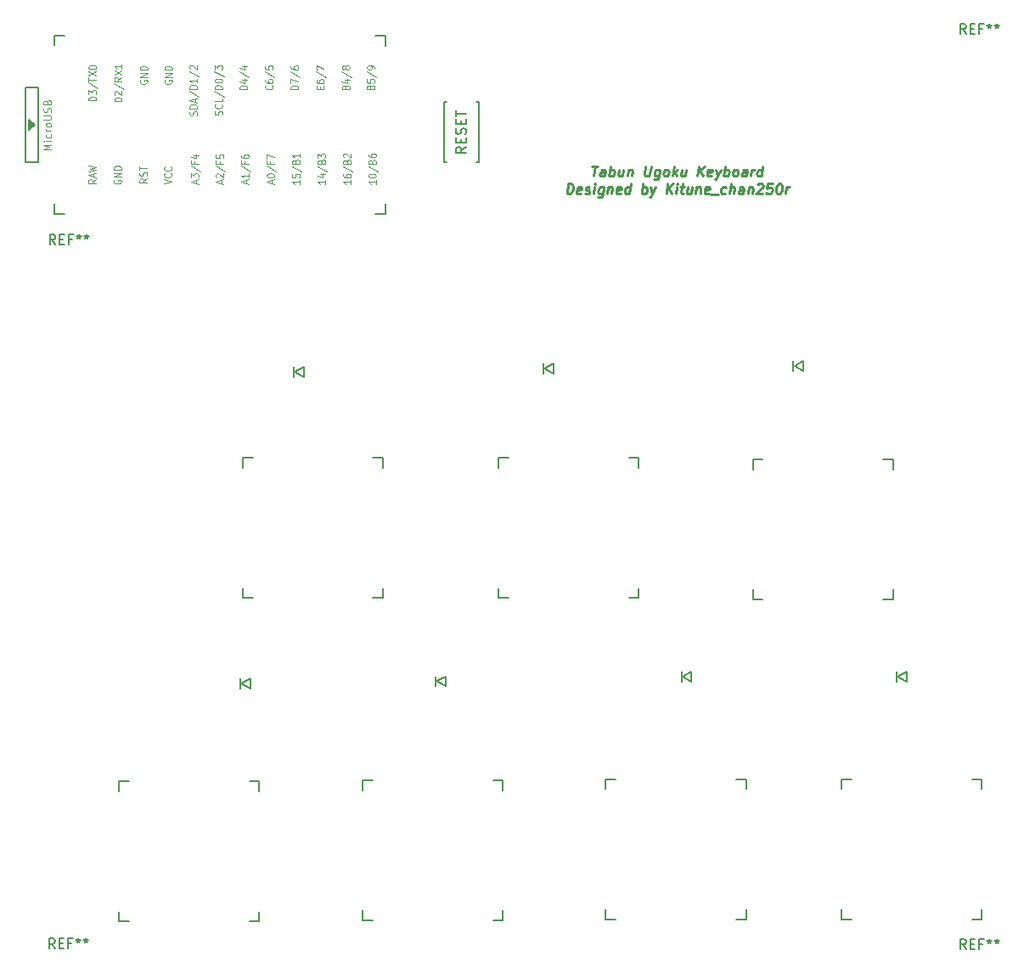
<source format=gbr>
G04 #@! TF.GenerationSoftware,KiCad,Pcbnew,(5.1.5-0-10_14)*
G04 #@! TF.CreationDate,2019-12-18T14:27:56+09:00*
G04 #@! TF.ProjectId,my_keybov2,6d795f6b-6579-4626-9f76-322e6b696361,rev?*
G04 #@! TF.SameCoordinates,Original*
G04 #@! TF.FileFunction,Legend,Top*
G04 #@! TF.FilePolarity,Positive*
%FSLAX46Y46*%
G04 Gerber Fmt 4.6, Leading zero omitted, Abs format (unit mm)*
G04 Created by KiCad (PCBNEW (5.1.5-0-10_14)) date 2019-12-18 14:27:56*
%MOMM*%
%LPD*%
G04 APERTURE LIST*
%ADD10C,0.250000*%
%ADD11C,0.150000*%
%ADD12C,0.120000*%
%ADD13C,0.125000*%
G04 APERTURE END LIST*
D10*
X124095461Y-61777380D02*
X124666889Y-61777380D01*
X124256175Y-62777380D02*
X124381175Y-61777380D01*
X125303794Y-62777380D02*
X125369270Y-62253571D01*
X125333556Y-62158333D01*
X125244270Y-62110714D01*
X125053794Y-62110714D01*
X124952604Y-62158333D01*
X125309747Y-62729761D02*
X125208556Y-62777380D01*
X124970461Y-62777380D01*
X124881175Y-62729761D01*
X124845461Y-62634523D01*
X124857366Y-62539285D01*
X124916889Y-62444047D01*
X125018080Y-62396428D01*
X125256175Y-62396428D01*
X125357366Y-62348809D01*
X125779985Y-62777380D02*
X125904985Y-61777380D01*
X125857366Y-62158333D02*
X125958556Y-62110714D01*
X126149032Y-62110714D01*
X126238318Y-62158333D01*
X126279985Y-62205952D01*
X126315699Y-62301190D01*
X126279985Y-62586904D01*
X126220461Y-62682142D01*
X126166889Y-62729761D01*
X126065699Y-62777380D01*
X125875223Y-62777380D01*
X125785937Y-62729761D01*
X127196651Y-62110714D02*
X127113318Y-62777380D01*
X126768080Y-62110714D02*
X126702604Y-62634523D01*
X126738318Y-62729761D01*
X126827604Y-62777380D01*
X126970461Y-62777380D01*
X127071651Y-62729761D01*
X127125223Y-62682142D01*
X127672842Y-62110714D02*
X127589508Y-62777380D01*
X127660937Y-62205952D02*
X127714508Y-62158333D01*
X127815699Y-62110714D01*
X127958556Y-62110714D01*
X128047842Y-62158333D01*
X128083556Y-62253571D01*
X128018080Y-62777380D01*
X129381175Y-61777380D02*
X129279985Y-62586904D01*
X129315699Y-62682142D01*
X129357366Y-62729761D01*
X129446651Y-62777380D01*
X129637127Y-62777380D01*
X129738318Y-62729761D01*
X129791889Y-62682142D01*
X129851413Y-62586904D01*
X129952604Y-61777380D01*
X130815699Y-62110714D02*
X130714508Y-62920238D01*
X130654985Y-63015476D01*
X130601413Y-63063095D01*
X130500223Y-63110714D01*
X130357366Y-63110714D01*
X130268080Y-63063095D01*
X130738318Y-62729761D02*
X130637127Y-62777380D01*
X130446651Y-62777380D01*
X130357366Y-62729761D01*
X130315699Y-62682142D01*
X130279985Y-62586904D01*
X130315699Y-62301190D01*
X130375223Y-62205952D01*
X130428794Y-62158333D01*
X130529985Y-62110714D01*
X130720461Y-62110714D01*
X130809747Y-62158333D01*
X131351413Y-62777380D02*
X131262127Y-62729761D01*
X131220461Y-62682142D01*
X131184747Y-62586904D01*
X131220461Y-62301190D01*
X131279985Y-62205952D01*
X131333556Y-62158333D01*
X131434747Y-62110714D01*
X131577604Y-62110714D01*
X131666889Y-62158333D01*
X131708556Y-62205952D01*
X131744270Y-62301190D01*
X131708556Y-62586904D01*
X131649032Y-62682142D01*
X131595461Y-62729761D01*
X131494270Y-62777380D01*
X131351413Y-62777380D01*
X132113318Y-62777380D02*
X132238318Y-61777380D01*
X132256175Y-62396428D02*
X132494270Y-62777380D01*
X132577604Y-62110714D02*
X132149032Y-62491666D01*
X133434747Y-62110714D02*
X133351413Y-62777380D01*
X133006175Y-62110714D02*
X132940699Y-62634523D01*
X132976413Y-62729761D01*
X133065699Y-62777380D01*
X133208556Y-62777380D01*
X133309747Y-62729761D01*
X133363318Y-62682142D01*
X134589508Y-62777380D02*
X134714508Y-61777380D01*
X135160937Y-62777380D02*
X134803794Y-62205952D01*
X135285937Y-61777380D02*
X134643080Y-62348809D01*
X135976413Y-62729761D02*
X135875223Y-62777380D01*
X135684747Y-62777380D01*
X135595461Y-62729761D01*
X135559747Y-62634523D01*
X135607366Y-62253571D01*
X135666889Y-62158333D01*
X135768080Y-62110714D01*
X135958556Y-62110714D01*
X136047842Y-62158333D01*
X136083556Y-62253571D01*
X136071651Y-62348809D01*
X135583556Y-62444047D01*
X136434747Y-62110714D02*
X136589508Y-62777380D01*
X136910937Y-62110714D02*
X136589508Y-62777380D01*
X136464508Y-63015476D01*
X136410937Y-63063095D01*
X136309747Y-63110714D01*
X137208556Y-62777380D02*
X137333556Y-61777380D01*
X137285937Y-62158333D02*
X137387127Y-62110714D01*
X137577604Y-62110714D01*
X137666889Y-62158333D01*
X137708556Y-62205952D01*
X137744270Y-62301190D01*
X137708556Y-62586904D01*
X137649032Y-62682142D01*
X137595461Y-62729761D01*
X137494270Y-62777380D01*
X137303794Y-62777380D01*
X137214508Y-62729761D01*
X138256175Y-62777380D02*
X138166889Y-62729761D01*
X138125223Y-62682142D01*
X138089508Y-62586904D01*
X138125223Y-62301190D01*
X138184747Y-62205952D01*
X138238318Y-62158333D01*
X138339508Y-62110714D01*
X138482366Y-62110714D01*
X138571651Y-62158333D01*
X138613318Y-62205952D01*
X138649032Y-62301190D01*
X138613318Y-62586904D01*
X138553794Y-62682142D01*
X138500223Y-62729761D01*
X138399032Y-62777380D01*
X138256175Y-62777380D01*
X139446651Y-62777380D02*
X139512127Y-62253571D01*
X139476413Y-62158333D01*
X139387127Y-62110714D01*
X139196651Y-62110714D01*
X139095461Y-62158333D01*
X139452604Y-62729761D02*
X139351413Y-62777380D01*
X139113318Y-62777380D01*
X139024032Y-62729761D01*
X138988318Y-62634523D01*
X139000223Y-62539285D01*
X139059747Y-62444047D01*
X139160937Y-62396428D01*
X139399032Y-62396428D01*
X139500223Y-62348809D01*
X139922842Y-62777380D02*
X140006175Y-62110714D01*
X139982366Y-62301190D02*
X140041889Y-62205952D01*
X140095461Y-62158333D01*
X140196651Y-62110714D01*
X140291889Y-62110714D01*
X140970461Y-62777380D02*
X141095461Y-61777380D01*
X140976413Y-62729761D02*
X140875223Y-62777380D01*
X140684747Y-62777380D01*
X140595461Y-62729761D01*
X140553794Y-62682142D01*
X140518080Y-62586904D01*
X140553794Y-62301190D01*
X140613318Y-62205952D01*
X140666889Y-62158333D01*
X140768080Y-62110714D01*
X140958556Y-62110714D01*
X141047842Y-62158333D01*
X121565699Y-64527380D02*
X121690699Y-63527380D01*
X121928794Y-63527380D01*
X122065699Y-63575000D01*
X122149032Y-63670238D01*
X122184747Y-63765476D01*
X122208556Y-63955952D01*
X122190699Y-64098809D01*
X122119270Y-64289285D01*
X122059747Y-64384523D01*
X121952604Y-64479761D01*
X121803794Y-64527380D01*
X121565699Y-64527380D01*
X122952604Y-64479761D02*
X122851413Y-64527380D01*
X122660937Y-64527380D01*
X122571651Y-64479761D01*
X122535937Y-64384523D01*
X122583556Y-64003571D01*
X122643080Y-63908333D01*
X122744270Y-63860714D01*
X122934747Y-63860714D01*
X123024032Y-63908333D01*
X123059747Y-64003571D01*
X123047842Y-64098809D01*
X122559747Y-64194047D01*
X123381175Y-64479761D02*
X123470461Y-64527380D01*
X123660937Y-64527380D01*
X123762127Y-64479761D01*
X123821651Y-64384523D01*
X123827604Y-64336904D01*
X123791889Y-64241666D01*
X123702604Y-64194047D01*
X123559747Y-64194047D01*
X123470461Y-64146428D01*
X123434747Y-64051190D01*
X123440699Y-64003571D01*
X123500223Y-63908333D01*
X123601413Y-63860714D01*
X123744270Y-63860714D01*
X123833556Y-63908333D01*
X124232366Y-64527380D02*
X124315699Y-63860714D01*
X124357366Y-63527380D02*
X124303794Y-63575000D01*
X124345461Y-63622619D01*
X124399032Y-63575000D01*
X124357366Y-63527380D01*
X124345461Y-63622619D01*
X125220461Y-63860714D02*
X125119270Y-64670238D01*
X125059747Y-64765476D01*
X125006175Y-64813095D01*
X124904985Y-64860714D01*
X124762127Y-64860714D01*
X124672842Y-64813095D01*
X125143080Y-64479761D02*
X125041889Y-64527380D01*
X124851413Y-64527380D01*
X124762127Y-64479761D01*
X124720461Y-64432142D01*
X124684747Y-64336904D01*
X124720461Y-64051190D01*
X124779985Y-63955952D01*
X124833556Y-63908333D01*
X124934747Y-63860714D01*
X125125223Y-63860714D01*
X125214508Y-63908333D01*
X125696651Y-63860714D02*
X125613318Y-64527380D01*
X125684747Y-63955952D02*
X125738318Y-63908333D01*
X125839508Y-63860714D01*
X125982366Y-63860714D01*
X126071651Y-63908333D01*
X126107366Y-64003571D01*
X126041889Y-64527380D01*
X126904985Y-64479761D02*
X126803794Y-64527380D01*
X126613318Y-64527380D01*
X126524032Y-64479761D01*
X126488318Y-64384523D01*
X126535937Y-64003571D01*
X126595461Y-63908333D01*
X126696651Y-63860714D01*
X126887127Y-63860714D01*
X126976413Y-63908333D01*
X127012127Y-64003571D01*
X127000223Y-64098809D01*
X126512127Y-64194047D01*
X127803794Y-64527380D02*
X127928794Y-63527380D01*
X127809747Y-64479761D02*
X127708556Y-64527380D01*
X127518080Y-64527380D01*
X127428794Y-64479761D01*
X127387127Y-64432142D01*
X127351413Y-64336904D01*
X127387127Y-64051190D01*
X127446651Y-63955952D01*
X127500223Y-63908333D01*
X127601413Y-63860714D01*
X127791889Y-63860714D01*
X127881175Y-63908333D01*
X129041889Y-64527380D02*
X129166889Y-63527380D01*
X129119270Y-63908333D02*
X129220461Y-63860714D01*
X129410937Y-63860714D01*
X129500223Y-63908333D01*
X129541889Y-63955952D01*
X129577604Y-64051190D01*
X129541889Y-64336904D01*
X129482366Y-64432142D01*
X129428794Y-64479761D01*
X129327604Y-64527380D01*
X129137127Y-64527380D01*
X129047842Y-64479761D01*
X129934747Y-63860714D02*
X130089508Y-64527380D01*
X130410937Y-63860714D02*
X130089508Y-64527380D01*
X129964508Y-64765476D01*
X129910937Y-64813095D01*
X129809747Y-64860714D01*
X131470461Y-64527380D02*
X131595461Y-63527380D01*
X132041889Y-64527380D02*
X131684747Y-63955952D01*
X132166889Y-63527380D02*
X131524032Y-64098809D01*
X132470461Y-64527380D02*
X132553794Y-63860714D01*
X132595461Y-63527380D02*
X132541889Y-63575000D01*
X132583556Y-63622619D01*
X132637127Y-63575000D01*
X132595461Y-63527380D01*
X132583556Y-63622619D01*
X132887127Y-63860714D02*
X133268080Y-63860714D01*
X133071651Y-63527380D02*
X132964508Y-64384523D01*
X133000223Y-64479761D01*
X133089508Y-64527380D01*
X133184747Y-64527380D01*
X134029985Y-63860714D02*
X133946651Y-64527380D01*
X133601413Y-63860714D02*
X133535937Y-64384523D01*
X133571651Y-64479761D01*
X133660937Y-64527380D01*
X133803794Y-64527380D01*
X133904985Y-64479761D01*
X133958556Y-64432142D01*
X134506175Y-63860714D02*
X134422842Y-64527380D01*
X134494270Y-63955952D02*
X134547842Y-63908333D01*
X134649032Y-63860714D01*
X134791889Y-63860714D01*
X134881175Y-63908333D01*
X134916889Y-64003571D01*
X134851413Y-64527380D01*
X135714508Y-64479761D02*
X135613318Y-64527380D01*
X135422842Y-64527380D01*
X135333556Y-64479761D01*
X135297842Y-64384523D01*
X135345461Y-64003571D01*
X135404985Y-63908333D01*
X135506175Y-63860714D01*
X135696651Y-63860714D01*
X135785937Y-63908333D01*
X135821651Y-64003571D01*
X135809747Y-64098809D01*
X135321651Y-64194047D01*
X135934747Y-64622619D02*
X136696651Y-64622619D01*
X137381175Y-64479761D02*
X137279985Y-64527380D01*
X137089508Y-64527380D01*
X137000223Y-64479761D01*
X136958556Y-64432142D01*
X136922842Y-64336904D01*
X136958556Y-64051190D01*
X137018080Y-63955952D01*
X137071651Y-63908333D01*
X137172842Y-63860714D01*
X137363318Y-63860714D01*
X137452604Y-63908333D01*
X137803794Y-64527380D02*
X137928794Y-63527380D01*
X138232366Y-64527380D02*
X138297842Y-64003571D01*
X138262127Y-63908333D01*
X138172842Y-63860714D01*
X138029985Y-63860714D01*
X137928794Y-63908333D01*
X137875223Y-63955952D01*
X139137127Y-64527380D02*
X139202604Y-64003571D01*
X139166889Y-63908333D01*
X139077604Y-63860714D01*
X138887127Y-63860714D01*
X138785937Y-63908333D01*
X139143080Y-64479761D02*
X139041889Y-64527380D01*
X138803794Y-64527380D01*
X138714508Y-64479761D01*
X138678794Y-64384523D01*
X138690699Y-64289285D01*
X138750223Y-64194047D01*
X138851413Y-64146428D01*
X139089508Y-64146428D01*
X139190699Y-64098809D01*
X139696651Y-63860714D02*
X139613318Y-64527380D01*
X139684747Y-63955952D02*
X139738318Y-63908333D01*
X139839508Y-63860714D01*
X139982366Y-63860714D01*
X140071651Y-63908333D01*
X140107366Y-64003571D01*
X140041889Y-64527380D01*
X140583556Y-63622619D02*
X140637127Y-63575000D01*
X140738318Y-63527380D01*
X140976413Y-63527380D01*
X141065699Y-63575000D01*
X141107366Y-63622619D01*
X141143080Y-63717857D01*
X141131175Y-63813095D01*
X141065699Y-63955952D01*
X140422842Y-64527380D01*
X141041889Y-64527380D01*
X142071651Y-63527380D02*
X141595461Y-63527380D01*
X141488318Y-64003571D01*
X141541889Y-63955952D01*
X141643080Y-63908333D01*
X141881175Y-63908333D01*
X141970461Y-63955952D01*
X142012127Y-64003571D01*
X142047842Y-64098809D01*
X142018080Y-64336904D01*
X141958556Y-64432142D01*
X141904985Y-64479761D01*
X141803794Y-64527380D01*
X141565699Y-64527380D01*
X141476413Y-64479761D01*
X141434747Y-64432142D01*
X142738318Y-63527380D02*
X142833556Y-63527380D01*
X142922842Y-63575000D01*
X142964508Y-63622619D01*
X143000223Y-63717857D01*
X143024032Y-63908333D01*
X142994270Y-64146428D01*
X142922842Y-64336904D01*
X142863318Y-64432142D01*
X142809747Y-64479761D01*
X142708556Y-64527380D01*
X142613318Y-64527380D01*
X142524032Y-64479761D01*
X142482366Y-64432142D01*
X142446651Y-64336904D01*
X142422842Y-64146428D01*
X142452604Y-63908333D01*
X142524032Y-63717857D01*
X142583556Y-63622619D01*
X142637127Y-63575000D01*
X142738318Y-63527380D01*
X143375223Y-64527380D02*
X143458556Y-63860714D01*
X143434747Y-64051190D02*
X143494270Y-63955952D01*
X143547842Y-63908333D01*
X143649032Y-63860714D01*
X143744270Y-63860714D01*
D11*
X94450000Y-82300000D02*
X95350000Y-81800000D01*
X95350000Y-81800000D02*
X95350000Y-82800000D01*
X95350000Y-82800000D02*
X94450000Y-82300000D01*
X94350000Y-81800000D02*
X94350000Y-82800000D01*
X119350000Y-81950000D02*
X120250000Y-81450000D01*
X120250000Y-81450000D02*
X120250000Y-82450000D01*
X120250000Y-82450000D02*
X119350000Y-81950000D01*
X119250000Y-81450000D02*
X119250000Y-82450000D01*
X144250000Y-81700000D02*
X145150000Y-81200000D01*
X145150000Y-81200000D02*
X145150000Y-82200000D01*
X145150000Y-82200000D02*
X144250000Y-81700000D01*
X144150000Y-81200000D02*
X144150000Y-82200000D01*
X89100000Y-113350000D02*
X90000000Y-112850000D01*
X90000000Y-112850000D02*
X90000000Y-113850000D01*
X90000000Y-113850000D02*
X89100000Y-113350000D01*
X89000000Y-112850000D02*
X89000000Y-113850000D01*
X108450000Y-112650000D02*
X108450000Y-113650000D01*
X109450000Y-113650000D02*
X108550000Y-113150000D01*
X109450000Y-112650000D02*
X109450000Y-113650000D01*
X108550000Y-113150000D02*
X109450000Y-112650000D01*
X133000000Y-112200000D02*
X133000000Y-113200000D01*
X134000000Y-113200000D02*
X133100000Y-112700000D01*
X134000000Y-112200000D02*
X134000000Y-113200000D01*
X133100000Y-112700000D02*
X134000000Y-112200000D01*
X154450000Y-112200000D02*
X154450000Y-113200000D01*
X155450000Y-113200000D02*
X154550000Y-112700000D01*
X155450000Y-112200000D02*
X155450000Y-113200000D01*
X154550000Y-112700000D02*
X155450000Y-112200000D01*
X109300000Y-55400000D02*
X109300000Y-61400000D01*
X109300000Y-61400000D02*
X109550000Y-61400000D01*
X109300000Y-55400000D02*
X109550000Y-55400000D01*
X112800000Y-55400000D02*
X112550000Y-55400000D01*
X112800000Y-55400000D02*
X112800000Y-61400000D01*
X112800000Y-61400000D02*
X112550000Y-61400000D01*
X89250000Y-91850000D02*
X89250000Y-90850000D01*
X89250000Y-90850000D02*
X90250000Y-90850000D01*
X102250000Y-104850000D02*
X103250000Y-104850000D01*
X103250000Y-104850000D02*
X103250000Y-103850000D01*
X103250000Y-91850000D02*
X103250000Y-90850000D01*
X103250000Y-90850000D02*
X102250000Y-90850000D01*
X89250000Y-103850000D02*
X89250000Y-104850000D01*
X90250000Y-104850000D02*
X89250000Y-104850000D01*
X114750000Y-91850000D02*
X114750000Y-90850000D01*
X114750000Y-90850000D02*
X115750000Y-90850000D01*
X127750000Y-104850000D02*
X128750000Y-104850000D01*
X128750000Y-104850000D02*
X128750000Y-103850000D01*
X128750000Y-91850000D02*
X128750000Y-90850000D01*
X128750000Y-90850000D02*
X127750000Y-90850000D01*
X114750000Y-103850000D02*
X114750000Y-104850000D01*
X115750000Y-104850000D02*
X114750000Y-104850000D01*
X140100000Y-92000000D02*
X140100000Y-91000000D01*
X140100000Y-91000000D02*
X141100000Y-91000000D01*
X153100000Y-105000000D02*
X154100000Y-105000000D01*
X154100000Y-105000000D02*
X154100000Y-104000000D01*
X154100000Y-92000000D02*
X154100000Y-91000000D01*
X154100000Y-91000000D02*
X153100000Y-91000000D01*
X140100000Y-104000000D02*
X140100000Y-105000000D01*
X141100000Y-105000000D02*
X140100000Y-105000000D01*
X76900000Y-124100000D02*
X76900000Y-123100000D01*
X76900000Y-123100000D02*
X77900000Y-123100000D01*
X89900000Y-137100000D02*
X90900000Y-137100000D01*
X90900000Y-137100000D02*
X90900000Y-136100000D01*
X90900000Y-124100000D02*
X90900000Y-123100000D01*
X90900000Y-123100000D02*
X89900000Y-123100000D01*
X76900000Y-136100000D02*
X76900000Y-137100000D01*
X77900000Y-137100000D02*
X76900000Y-137100000D01*
X102200000Y-137000000D02*
X101200000Y-137000000D01*
X101200000Y-136000000D02*
X101200000Y-137000000D01*
X115200000Y-123000000D02*
X114200000Y-123000000D01*
X115200000Y-124000000D02*
X115200000Y-123000000D01*
X115200000Y-137000000D02*
X115200000Y-136000000D01*
X114200000Y-137000000D02*
X115200000Y-137000000D01*
X101200000Y-123000000D02*
X102200000Y-123000000D01*
X101200000Y-124000000D02*
X101200000Y-123000000D01*
X126450000Y-136900000D02*
X125450000Y-136900000D01*
X125450000Y-135900000D02*
X125450000Y-136900000D01*
X139450000Y-122900000D02*
X138450000Y-122900000D01*
X139450000Y-123900000D02*
X139450000Y-122900000D01*
X139450000Y-136900000D02*
X139450000Y-135900000D01*
X138450000Y-136900000D02*
X139450000Y-136900000D01*
X125450000Y-122900000D02*
X126450000Y-122900000D01*
X125450000Y-123900000D02*
X125450000Y-122900000D01*
X149950000Y-136900000D02*
X148950000Y-136900000D01*
X148950000Y-135900000D02*
X148950000Y-136900000D01*
X162950000Y-122900000D02*
X161950000Y-122900000D01*
X162950000Y-123900000D02*
X162950000Y-122900000D01*
X162950000Y-136900000D02*
X162950000Y-135900000D01*
X161950000Y-136900000D02*
X162950000Y-136900000D01*
X148950000Y-122900000D02*
X149950000Y-122900000D01*
X148950000Y-123900000D02*
X148950000Y-122900000D01*
X68350000Y-57800000D02*
X68350000Y-57500000D01*
X68200000Y-57900000D02*
X68200000Y-57400000D01*
X68050000Y-58000000D02*
X68050000Y-57300000D01*
X68550000Y-57650000D02*
X67900000Y-58150000D01*
X67900000Y-57150000D02*
X68550000Y-57650000D01*
X67900000Y-58150000D02*
X67900000Y-57150000D01*
X67550000Y-53900000D02*
X67550000Y-61400000D01*
X68850000Y-53900000D02*
X67550000Y-53900000D01*
X68850000Y-61400000D02*
X68850000Y-53900000D01*
X67550000Y-61400000D02*
X68850000Y-61400000D01*
X70450000Y-66550000D02*
X71450000Y-66550000D01*
X70450000Y-48750000D02*
X71450000Y-48750000D01*
X70450000Y-66550000D02*
X70450000Y-65550000D01*
X70450000Y-48750000D02*
X70450000Y-49700000D01*
X102450000Y-66550000D02*
X103500000Y-66550000D01*
X102500000Y-48750000D02*
X103500000Y-48750000D01*
X103500000Y-66550000D02*
X103500000Y-65550000D01*
X103500000Y-48750000D02*
X103500000Y-49760000D01*
X70566666Y-69602380D02*
X70233333Y-69126190D01*
X69995238Y-69602380D02*
X69995238Y-68602380D01*
X70376190Y-68602380D01*
X70471428Y-68650000D01*
X70519047Y-68697619D01*
X70566666Y-68792857D01*
X70566666Y-68935714D01*
X70519047Y-69030952D01*
X70471428Y-69078571D01*
X70376190Y-69126190D01*
X69995238Y-69126190D01*
X70995238Y-69078571D02*
X71328571Y-69078571D01*
X71471428Y-69602380D02*
X70995238Y-69602380D01*
X70995238Y-68602380D01*
X71471428Y-68602380D01*
X72233333Y-69078571D02*
X71900000Y-69078571D01*
X71900000Y-69602380D02*
X71900000Y-68602380D01*
X72376190Y-68602380D01*
X72900000Y-68602380D02*
X72900000Y-68840476D01*
X72661904Y-68745238D02*
X72900000Y-68840476D01*
X73138095Y-68745238D01*
X72757142Y-69030952D02*
X72900000Y-68840476D01*
X73042857Y-69030952D01*
X73661904Y-68602380D02*
X73661904Y-68840476D01*
X73423809Y-68745238D02*
X73661904Y-68840476D01*
X73900000Y-68745238D01*
X73519047Y-69030952D02*
X73661904Y-68840476D01*
X73804761Y-69030952D01*
X70516666Y-139802380D02*
X70183333Y-139326190D01*
X69945238Y-139802380D02*
X69945238Y-138802380D01*
X70326190Y-138802380D01*
X70421428Y-138850000D01*
X70469047Y-138897619D01*
X70516666Y-138992857D01*
X70516666Y-139135714D01*
X70469047Y-139230952D01*
X70421428Y-139278571D01*
X70326190Y-139326190D01*
X69945238Y-139326190D01*
X70945238Y-139278571D02*
X71278571Y-139278571D01*
X71421428Y-139802380D02*
X70945238Y-139802380D01*
X70945238Y-138802380D01*
X71421428Y-138802380D01*
X72183333Y-139278571D02*
X71850000Y-139278571D01*
X71850000Y-139802380D02*
X71850000Y-138802380D01*
X72326190Y-138802380D01*
X72850000Y-138802380D02*
X72850000Y-139040476D01*
X72611904Y-138945238D02*
X72850000Y-139040476D01*
X73088095Y-138945238D01*
X72707142Y-139230952D02*
X72850000Y-139040476D01*
X72992857Y-139230952D01*
X73611904Y-138802380D02*
X73611904Y-139040476D01*
X73373809Y-138945238D02*
X73611904Y-139040476D01*
X73850000Y-138945238D01*
X73469047Y-139230952D02*
X73611904Y-139040476D01*
X73754761Y-139230952D01*
X161366666Y-139852380D02*
X161033333Y-139376190D01*
X160795238Y-139852380D02*
X160795238Y-138852380D01*
X161176190Y-138852380D01*
X161271428Y-138900000D01*
X161319047Y-138947619D01*
X161366666Y-139042857D01*
X161366666Y-139185714D01*
X161319047Y-139280952D01*
X161271428Y-139328571D01*
X161176190Y-139376190D01*
X160795238Y-139376190D01*
X161795238Y-139328571D02*
X162128571Y-139328571D01*
X162271428Y-139852380D02*
X161795238Y-139852380D01*
X161795238Y-138852380D01*
X162271428Y-138852380D01*
X163033333Y-139328571D02*
X162700000Y-139328571D01*
X162700000Y-139852380D02*
X162700000Y-138852380D01*
X163176190Y-138852380D01*
X163700000Y-138852380D02*
X163700000Y-139090476D01*
X163461904Y-138995238D02*
X163700000Y-139090476D01*
X163938095Y-138995238D01*
X163557142Y-139280952D02*
X163700000Y-139090476D01*
X163842857Y-139280952D01*
X164461904Y-138852380D02*
X164461904Y-139090476D01*
X164223809Y-138995238D02*
X164461904Y-139090476D01*
X164700000Y-138995238D01*
X164319047Y-139280952D02*
X164461904Y-139090476D01*
X164604761Y-139280952D01*
X161366666Y-48602380D02*
X161033333Y-48126190D01*
X160795238Y-48602380D02*
X160795238Y-47602380D01*
X161176190Y-47602380D01*
X161271428Y-47650000D01*
X161319047Y-47697619D01*
X161366666Y-47792857D01*
X161366666Y-47935714D01*
X161319047Y-48030952D01*
X161271428Y-48078571D01*
X161176190Y-48126190D01*
X160795238Y-48126190D01*
X161795238Y-48078571D02*
X162128571Y-48078571D01*
X162271428Y-48602380D02*
X161795238Y-48602380D01*
X161795238Y-47602380D01*
X162271428Y-47602380D01*
X163033333Y-48078571D02*
X162700000Y-48078571D01*
X162700000Y-48602380D02*
X162700000Y-47602380D01*
X163176190Y-47602380D01*
X163700000Y-47602380D02*
X163700000Y-47840476D01*
X163461904Y-47745238D02*
X163700000Y-47840476D01*
X163938095Y-47745238D01*
X163557142Y-48030952D02*
X163700000Y-47840476D01*
X163842857Y-48030952D01*
X164461904Y-47602380D02*
X164461904Y-47840476D01*
X164223809Y-47745238D02*
X164461904Y-47840476D01*
X164700000Y-47745238D01*
X164319047Y-48030952D02*
X164461904Y-47840476D01*
X164604761Y-48030952D01*
X111502380Y-59852380D02*
X111026190Y-60185714D01*
X111502380Y-60423809D02*
X110502380Y-60423809D01*
X110502380Y-60042857D01*
X110550000Y-59947619D01*
X110597619Y-59900000D01*
X110692857Y-59852380D01*
X110835714Y-59852380D01*
X110930952Y-59900000D01*
X110978571Y-59947619D01*
X111026190Y-60042857D01*
X111026190Y-60423809D01*
X110978571Y-59423809D02*
X110978571Y-59090476D01*
X111502380Y-58947619D02*
X111502380Y-59423809D01*
X110502380Y-59423809D01*
X110502380Y-58947619D01*
X111454761Y-58566666D02*
X111502380Y-58423809D01*
X111502380Y-58185714D01*
X111454761Y-58090476D01*
X111407142Y-58042857D01*
X111311904Y-57995238D01*
X111216666Y-57995238D01*
X111121428Y-58042857D01*
X111073809Y-58090476D01*
X111026190Y-58185714D01*
X110978571Y-58376190D01*
X110930952Y-58471428D01*
X110883333Y-58519047D01*
X110788095Y-58566666D01*
X110692857Y-58566666D01*
X110597619Y-58519047D01*
X110550000Y-58471428D01*
X110502380Y-58376190D01*
X110502380Y-58138095D01*
X110550000Y-57995238D01*
X110978571Y-57566666D02*
X110978571Y-57233333D01*
X111502380Y-57090476D02*
X111502380Y-57566666D01*
X110502380Y-57566666D01*
X110502380Y-57090476D01*
X110502380Y-56804761D02*
X110502380Y-56233333D01*
X111502380Y-56519047D02*
X110502380Y-56519047D01*
D12*
X70139285Y-60146428D02*
X69389285Y-60146428D01*
X69925000Y-59896428D01*
X69389285Y-59646428D01*
X70139285Y-59646428D01*
X70139285Y-59289285D02*
X69639285Y-59289285D01*
X69389285Y-59289285D02*
X69425000Y-59325000D01*
X69460714Y-59289285D01*
X69425000Y-59253571D01*
X69389285Y-59289285D01*
X69460714Y-59289285D01*
X70103571Y-58610714D02*
X70139285Y-58682142D01*
X70139285Y-58825000D01*
X70103571Y-58896428D01*
X70067857Y-58932142D01*
X69996428Y-58967857D01*
X69782142Y-58967857D01*
X69710714Y-58932142D01*
X69675000Y-58896428D01*
X69639285Y-58825000D01*
X69639285Y-58682142D01*
X69675000Y-58610714D01*
X70139285Y-58289285D02*
X69639285Y-58289285D01*
X69782142Y-58289285D02*
X69710714Y-58253571D01*
X69675000Y-58217857D01*
X69639285Y-58146428D01*
X69639285Y-58075000D01*
X70139285Y-57717857D02*
X70103571Y-57789285D01*
X70067857Y-57825000D01*
X69996428Y-57860714D01*
X69782142Y-57860714D01*
X69710714Y-57825000D01*
X69675000Y-57789285D01*
X69639285Y-57717857D01*
X69639285Y-57610714D01*
X69675000Y-57539285D01*
X69710714Y-57503571D01*
X69782142Y-57467857D01*
X69996428Y-57467857D01*
X70067857Y-57503571D01*
X70103571Y-57539285D01*
X70139285Y-57610714D01*
X70139285Y-57717857D01*
X69389285Y-57146428D02*
X69996428Y-57146428D01*
X70067857Y-57110714D01*
X70103571Y-57075000D01*
X70139285Y-57003571D01*
X70139285Y-56860714D01*
X70103571Y-56789285D01*
X70067857Y-56753571D01*
X69996428Y-56717857D01*
X69389285Y-56717857D01*
X70103571Y-56396428D02*
X70139285Y-56289285D01*
X70139285Y-56110714D01*
X70103571Y-56039285D01*
X70067857Y-56003571D01*
X69996428Y-55967857D01*
X69925000Y-55967857D01*
X69853571Y-56003571D01*
X69817857Y-56039285D01*
X69782142Y-56110714D01*
X69746428Y-56253571D01*
X69710714Y-56325000D01*
X69675000Y-56360714D01*
X69603571Y-56396428D01*
X69532142Y-56396428D01*
X69460714Y-56360714D01*
X69425000Y-56325000D01*
X69389285Y-56253571D01*
X69389285Y-56075000D01*
X69425000Y-55967857D01*
X69746428Y-55396428D02*
X69782142Y-55289285D01*
X69817857Y-55253571D01*
X69889285Y-55217857D01*
X69996428Y-55217857D01*
X70067857Y-55253571D01*
X70103571Y-55289285D01*
X70139285Y-55360714D01*
X70139285Y-55646428D01*
X69389285Y-55646428D01*
X69389285Y-55396428D01*
X69425000Y-55325000D01*
X69460714Y-55289285D01*
X69532142Y-55253571D01*
X69603571Y-55253571D01*
X69675000Y-55289285D01*
X69710714Y-55325000D01*
X69746428Y-55396428D01*
X69746428Y-55646428D01*
D13*
X99496428Y-53886190D02*
X99532142Y-53790476D01*
X99567857Y-53758571D01*
X99639285Y-53726666D01*
X99746428Y-53726666D01*
X99817857Y-53758571D01*
X99853571Y-53790476D01*
X99889285Y-53854285D01*
X99889285Y-54109523D01*
X99139285Y-54109523D01*
X99139285Y-53886190D01*
X99175000Y-53822380D01*
X99210714Y-53790476D01*
X99282142Y-53758571D01*
X99353571Y-53758571D01*
X99425000Y-53790476D01*
X99460714Y-53822380D01*
X99496428Y-53886190D01*
X99496428Y-54109523D01*
X99389285Y-53152380D02*
X99889285Y-53152380D01*
X99103571Y-53311904D02*
X99639285Y-53471428D01*
X99639285Y-53056666D01*
X99103571Y-52322857D02*
X100067857Y-52897142D01*
X99460714Y-52003809D02*
X99425000Y-52067619D01*
X99389285Y-52099523D01*
X99317857Y-52131428D01*
X99282142Y-52131428D01*
X99210714Y-52099523D01*
X99175000Y-52067619D01*
X99139285Y-52003809D01*
X99139285Y-51876190D01*
X99175000Y-51812380D01*
X99210714Y-51780476D01*
X99282142Y-51748571D01*
X99317857Y-51748571D01*
X99389285Y-51780476D01*
X99425000Y-51812380D01*
X99460714Y-51876190D01*
X99460714Y-52003809D01*
X99496428Y-52067619D01*
X99532142Y-52099523D01*
X99603571Y-52131428D01*
X99746428Y-52131428D01*
X99817857Y-52099523D01*
X99853571Y-52067619D01*
X99889285Y-52003809D01*
X99889285Y-51876190D01*
X99853571Y-51812380D01*
X99817857Y-51780476D01*
X99746428Y-51748571D01*
X99603571Y-51748571D01*
X99532142Y-51780476D01*
X99496428Y-51812380D01*
X99460714Y-51876190D01*
X77189285Y-55313571D02*
X76439285Y-55313571D01*
X76439285Y-55154047D01*
X76475000Y-55058333D01*
X76546428Y-54994523D01*
X76617857Y-54962619D01*
X76760714Y-54930714D01*
X76867857Y-54930714D01*
X77010714Y-54962619D01*
X77082142Y-54994523D01*
X77153571Y-55058333D01*
X77189285Y-55154047D01*
X77189285Y-55313571D01*
X76510714Y-54675476D02*
X76475000Y-54643571D01*
X76439285Y-54579761D01*
X76439285Y-54420238D01*
X76475000Y-54356428D01*
X76510714Y-54324523D01*
X76582142Y-54292619D01*
X76653571Y-54292619D01*
X76760714Y-54324523D01*
X77189285Y-54707380D01*
X77189285Y-54292619D01*
X76403571Y-53526904D02*
X77367857Y-54101190D01*
X77189285Y-52920714D02*
X76832142Y-53144047D01*
X77189285Y-53303571D02*
X76439285Y-53303571D01*
X76439285Y-53048333D01*
X76475000Y-52984523D01*
X76510714Y-52952619D01*
X76582142Y-52920714D01*
X76689285Y-52920714D01*
X76760714Y-52952619D01*
X76796428Y-52984523D01*
X76832142Y-53048333D01*
X76832142Y-53303571D01*
X76439285Y-52697380D02*
X77189285Y-52250714D01*
X76439285Y-52250714D02*
X77189285Y-52697380D01*
X77189285Y-51644523D02*
X77189285Y-52027380D01*
X77189285Y-51835952D02*
X76439285Y-51835952D01*
X76546428Y-51899761D01*
X76617857Y-51963571D01*
X76653571Y-52027380D01*
X101996428Y-53886190D02*
X102032142Y-53790476D01*
X102067857Y-53758571D01*
X102139285Y-53726666D01*
X102246428Y-53726666D01*
X102317857Y-53758571D01*
X102353571Y-53790476D01*
X102389285Y-53854285D01*
X102389285Y-54109523D01*
X101639285Y-54109523D01*
X101639285Y-53886190D01*
X101675000Y-53822380D01*
X101710714Y-53790476D01*
X101782142Y-53758571D01*
X101853571Y-53758571D01*
X101925000Y-53790476D01*
X101960714Y-53822380D01*
X101996428Y-53886190D01*
X101996428Y-54109523D01*
X101639285Y-53120476D02*
X101639285Y-53439523D01*
X101996428Y-53471428D01*
X101960714Y-53439523D01*
X101925000Y-53375714D01*
X101925000Y-53216190D01*
X101960714Y-53152380D01*
X101996428Y-53120476D01*
X102067857Y-53088571D01*
X102246428Y-53088571D01*
X102317857Y-53120476D01*
X102353571Y-53152380D01*
X102389285Y-53216190D01*
X102389285Y-53375714D01*
X102353571Y-53439523D01*
X102317857Y-53471428D01*
X101603571Y-52322857D02*
X102567857Y-52897142D01*
X102389285Y-52067619D02*
X102389285Y-51940000D01*
X102353571Y-51876190D01*
X102317857Y-51844285D01*
X102210714Y-51780476D01*
X102067857Y-51748571D01*
X101782142Y-51748571D01*
X101710714Y-51780476D01*
X101675000Y-51812380D01*
X101639285Y-51876190D01*
X101639285Y-52003809D01*
X101675000Y-52067619D01*
X101710714Y-52099523D01*
X101782142Y-52131428D01*
X101960714Y-52131428D01*
X102032142Y-52099523D01*
X102067857Y-52067619D01*
X102103571Y-52003809D01*
X102103571Y-51876190D01*
X102067857Y-51812380D01*
X102032142Y-51780476D01*
X101960714Y-51748571D01*
X92167857Y-53726666D02*
X92203571Y-53758571D01*
X92239285Y-53854285D01*
X92239285Y-53918095D01*
X92203571Y-54013809D01*
X92132142Y-54077619D01*
X92060714Y-54109523D01*
X91917857Y-54141428D01*
X91810714Y-54141428D01*
X91667857Y-54109523D01*
X91596428Y-54077619D01*
X91525000Y-54013809D01*
X91489285Y-53918095D01*
X91489285Y-53854285D01*
X91525000Y-53758571D01*
X91560714Y-53726666D01*
X91489285Y-53152380D02*
X91489285Y-53280000D01*
X91525000Y-53343809D01*
X91560714Y-53375714D01*
X91667857Y-53439523D01*
X91810714Y-53471428D01*
X92096428Y-53471428D01*
X92167857Y-53439523D01*
X92203571Y-53407619D01*
X92239285Y-53343809D01*
X92239285Y-53216190D01*
X92203571Y-53152380D01*
X92167857Y-53120476D01*
X92096428Y-53088571D01*
X91917857Y-53088571D01*
X91846428Y-53120476D01*
X91810714Y-53152380D01*
X91775000Y-53216190D01*
X91775000Y-53343809D01*
X91810714Y-53407619D01*
X91846428Y-53439523D01*
X91917857Y-53471428D01*
X91453571Y-52322857D02*
X92417857Y-52897142D01*
X91489285Y-51780476D02*
X91489285Y-52099523D01*
X91846428Y-52131428D01*
X91810714Y-52099523D01*
X91775000Y-52035714D01*
X91775000Y-51876190D01*
X91810714Y-51812380D01*
X91846428Y-51780476D01*
X91917857Y-51748571D01*
X92096428Y-51748571D01*
X92167857Y-51780476D01*
X92203571Y-51812380D01*
X92239285Y-51876190D01*
X92239285Y-52035714D01*
X92203571Y-52099523D01*
X92167857Y-52131428D01*
X87153571Y-56667619D02*
X87189285Y-56571904D01*
X87189285Y-56412380D01*
X87153571Y-56348571D01*
X87117857Y-56316666D01*
X87046428Y-56284761D01*
X86975000Y-56284761D01*
X86903571Y-56316666D01*
X86867857Y-56348571D01*
X86832142Y-56412380D01*
X86796428Y-56540000D01*
X86760714Y-56603809D01*
X86725000Y-56635714D01*
X86653571Y-56667619D01*
X86582142Y-56667619D01*
X86510714Y-56635714D01*
X86475000Y-56603809D01*
X86439285Y-56540000D01*
X86439285Y-56380476D01*
X86475000Y-56284761D01*
X87117857Y-55614761D02*
X87153571Y-55646666D01*
X87189285Y-55742380D01*
X87189285Y-55806190D01*
X87153571Y-55901904D01*
X87082142Y-55965714D01*
X87010714Y-55997619D01*
X86867857Y-56029523D01*
X86760714Y-56029523D01*
X86617857Y-55997619D01*
X86546428Y-55965714D01*
X86475000Y-55901904D01*
X86439285Y-55806190D01*
X86439285Y-55742380D01*
X86475000Y-55646666D01*
X86510714Y-55614761D01*
X87189285Y-55008571D02*
X87189285Y-55327619D01*
X86439285Y-55327619D01*
X86403571Y-54306666D02*
X87367857Y-54880952D01*
X87189285Y-54083333D02*
X86439285Y-54083333D01*
X86439285Y-53923809D01*
X86475000Y-53828095D01*
X86546428Y-53764285D01*
X86617857Y-53732380D01*
X86760714Y-53700476D01*
X86867857Y-53700476D01*
X87010714Y-53732380D01*
X87082142Y-53764285D01*
X87153571Y-53828095D01*
X87189285Y-53923809D01*
X87189285Y-54083333D01*
X86439285Y-53285714D02*
X86439285Y-53221904D01*
X86475000Y-53158095D01*
X86510714Y-53126190D01*
X86582142Y-53094285D01*
X86725000Y-53062380D01*
X86903571Y-53062380D01*
X87046428Y-53094285D01*
X87117857Y-53126190D01*
X87153571Y-53158095D01*
X87189285Y-53221904D01*
X87189285Y-53285714D01*
X87153571Y-53349523D01*
X87117857Y-53381428D01*
X87046428Y-53413333D01*
X86903571Y-53445238D01*
X86725000Y-53445238D01*
X86582142Y-53413333D01*
X86510714Y-53381428D01*
X86475000Y-53349523D01*
X86439285Y-53285714D01*
X86403571Y-52296666D02*
X87367857Y-52870952D01*
X86439285Y-52137142D02*
X86439285Y-51722380D01*
X86725000Y-51945714D01*
X86725000Y-51850000D01*
X86760714Y-51786190D01*
X86796428Y-51754285D01*
X86867857Y-51722380D01*
X87046428Y-51722380D01*
X87117857Y-51754285D01*
X87153571Y-51786190D01*
X87189285Y-51850000D01*
X87189285Y-52041428D01*
X87153571Y-52105238D01*
X87117857Y-52137142D01*
X84653571Y-56683571D02*
X84689285Y-56587857D01*
X84689285Y-56428333D01*
X84653571Y-56364523D01*
X84617857Y-56332619D01*
X84546428Y-56300714D01*
X84475000Y-56300714D01*
X84403571Y-56332619D01*
X84367857Y-56364523D01*
X84332142Y-56428333D01*
X84296428Y-56555952D01*
X84260714Y-56619761D01*
X84225000Y-56651666D01*
X84153571Y-56683571D01*
X84082142Y-56683571D01*
X84010714Y-56651666D01*
X83975000Y-56619761D01*
X83939285Y-56555952D01*
X83939285Y-56396428D01*
X83975000Y-56300714D01*
X84689285Y-56013571D02*
X83939285Y-56013571D01*
X83939285Y-55854047D01*
X83975000Y-55758333D01*
X84046428Y-55694523D01*
X84117857Y-55662619D01*
X84260714Y-55630714D01*
X84367857Y-55630714D01*
X84510714Y-55662619D01*
X84582142Y-55694523D01*
X84653571Y-55758333D01*
X84689285Y-55854047D01*
X84689285Y-56013571D01*
X84475000Y-55375476D02*
X84475000Y-55056428D01*
X84689285Y-55439285D02*
X83939285Y-55215952D01*
X84689285Y-54992619D01*
X83903571Y-54290714D02*
X84867857Y-54865000D01*
X84689285Y-54067380D02*
X83939285Y-54067380D01*
X83939285Y-53907857D01*
X83975000Y-53812142D01*
X84046428Y-53748333D01*
X84117857Y-53716428D01*
X84260714Y-53684523D01*
X84367857Y-53684523D01*
X84510714Y-53716428D01*
X84582142Y-53748333D01*
X84653571Y-53812142D01*
X84689285Y-53907857D01*
X84689285Y-54067380D01*
X84689285Y-53046428D02*
X84689285Y-53429285D01*
X84689285Y-53237857D02*
X83939285Y-53237857D01*
X84046428Y-53301666D01*
X84117857Y-53365476D01*
X84153571Y-53429285D01*
X83903571Y-52280714D02*
X84867857Y-52855000D01*
X84010714Y-52089285D02*
X83975000Y-52057380D01*
X83939285Y-51993571D01*
X83939285Y-51834047D01*
X83975000Y-51770238D01*
X84010714Y-51738333D01*
X84082142Y-51706428D01*
X84153571Y-51706428D01*
X84260714Y-51738333D01*
X84689285Y-52121190D01*
X84689285Y-51706428D01*
X89689285Y-54109523D02*
X88939285Y-54109523D01*
X88939285Y-53950000D01*
X88975000Y-53854285D01*
X89046428Y-53790476D01*
X89117857Y-53758571D01*
X89260714Y-53726666D01*
X89367857Y-53726666D01*
X89510714Y-53758571D01*
X89582142Y-53790476D01*
X89653571Y-53854285D01*
X89689285Y-53950000D01*
X89689285Y-54109523D01*
X89189285Y-53152380D02*
X89689285Y-53152380D01*
X88903571Y-53311904D02*
X89439285Y-53471428D01*
X89439285Y-53056666D01*
X88903571Y-52322857D02*
X89867857Y-52897142D01*
X89189285Y-51812380D02*
X89689285Y-51812380D01*
X88903571Y-51971904D02*
X89439285Y-52131428D01*
X89439285Y-51716666D01*
X74639285Y-55233809D02*
X73889285Y-55233809D01*
X73889285Y-55074285D01*
X73925000Y-54978571D01*
X73996428Y-54914761D01*
X74067857Y-54882857D01*
X74210714Y-54850952D01*
X74317857Y-54850952D01*
X74460714Y-54882857D01*
X74532142Y-54914761D01*
X74603571Y-54978571D01*
X74639285Y-55074285D01*
X74639285Y-55233809D01*
X73889285Y-54627619D02*
X73889285Y-54212857D01*
X74175000Y-54436190D01*
X74175000Y-54340476D01*
X74210714Y-54276666D01*
X74246428Y-54244761D01*
X74317857Y-54212857D01*
X74496428Y-54212857D01*
X74567857Y-54244761D01*
X74603571Y-54276666D01*
X74639285Y-54340476D01*
X74639285Y-54531904D01*
X74603571Y-54595714D01*
X74567857Y-54627619D01*
X73853571Y-53447142D02*
X74817857Y-54021428D01*
X73889285Y-53319523D02*
X73889285Y-52936666D01*
X74639285Y-53128095D02*
X73889285Y-53128095D01*
X73889285Y-52777142D02*
X74639285Y-52330476D01*
X73889285Y-52330476D02*
X74639285Y-52777142D01*
X73889285Y-51947619D02*
X73889285Y-51883809D01*
X73925000Y-51820000D01*
X73960714Y-51788095D01*
X74032142Y-51756190D01*
X74175000Y-51724285D01*
X74353571Y-51724285D01*
X74496428Y-51756190D01*
X74567857Y-51788095D01*
X74603571Y-51820000D01*
X74639285Y-51883809D01*
X74639285Y-51947619D01*
X74603571Y-52011428D01*
X74567857Y-52043333D01*
X74496428Y-52075238D01*
X74353571Y-52107142D01*
X74175000Y-52107142D01*
X74032142Y-52075238D01*
X73960714Y-52043333D01*
X73925000Y-52011428D01*
X73889285Y-51947619D01*
X81475000Y-53205476D02*
X81439285Y-53269285D01*
X81439285Y-53365000D01*
X81475000Y-53460714D01*
X81546428Y-53524523D01*
X81617857Y-53556428D01*
X81760714Y-53588333D01*
X81867857Y-53588333D01*
X82010714Y-53556428D01*
X82082142Y-53524523D01*
X82153571Y-53460714D01*
X82189285Y-53365000D01*
X82189285Y-53301190D01*
X82153571Y-53205476D01*
X82117857Y-53173571D01*
X81867857Y-53173571D01*
X81867857Y-53301190D01*
X82189285Y-52886428D02*
X81439285Y-52886428D01*
X82189285Y-52503571D01*
X81439285Y-52503571D01*
X82189285Y-52184523D02*
X81439285Y-52184523D01*
X81439285Y-52025000D01*
X81475000Y-51929285D01*
X81546428Y-51865476D01*
X81617857Y-51833571D01*
X81760714Y-51801666D01*
X81867857Y-51801666D01*
X82010714Y-51833571D01*
X82082142Y-51865476D01*
X82153571Y-51929285D01*
X82189285Y-52025000D01*
X82189285Y-52184523D01*
X79025000Y-53205476D02*
X78989285Y-53269285D01*
X78989285Y-53365000D01*
X79025000Y-53460714D01*
X79096428Y-53524523D01*
X79167857Y-53556428D01*
X79310714Y-53588333D01*
X79417857Y-53588333D01*
X79560714Y-53556428D01*
X79632142Y-53524523D01*
X79703571Y-53460714D01*
X79739285Y-53365000D01*
X79739285Y-53301190D01*
X79703571Y-53205476D01*
X79667857Y-53173571D01*
X79417857Y-53173571D01*
X79417857Y-53301190D01*
X79739285Y-52886428D02*
X78989285Y-52886428D01*
X79739285Y-52503571D01*
X78989285Y-52503571D01*
X79739285Y-52184523D02*
X78989285Y-52184523D01*
X78989285Y-52025000D01*
X79025000Y-51929285D01*
X79096428Y-51865476D01*
X79167857Y-51833571D01*
X79310714Y-51801666D01*
X79417857Y-51801666D01*
X79560714Y-51833571D01*
X79632142Y-51865476D01*
X79703571Y-51929285D01*
X79739285Y-52025000D01*
X79739285Y-52184523D01*
X94789285Y-54109523D02*
X94039285Y-54109523D01*
X94039285Y-53950000D01*
X94075000Y-53854285D01*
X94146428Y-53790476D01*
X94217857Y-53758571D01*
X94360714Y-53726666D01*
X94467857Y-53726666D01*
X94610714Y-53758571D01*
X94682142Y-53790476D01*
X94753571Y-53854285D01*
X94789285Y-53950000D01*
X94789285Y-54109523D01*
X94039285Y-53503333D02*
X94039285Y-53056666D01*
X94789285Y-53343809D01*
X94003571Y-52322857D02*
X94967857Y-52897142D01*
X94039285Y-51812380D02*
X94039285Y-51940000D01*
X94075000Y-52003809D01*
X94110714Y-52035714D01*
X94217857Y-52099523D01*
X94360714Y-52131428D01*
X94646428Y-52131428D01*
X94717857Y-52099523D01*
X94753571Y-52067619D01*
X94789285Y-52003809D01*
X94789285Y-51876190D01*
X94753571Y-51812380D01*
X94717857Y-51780476D01*
X94646428Y-51748571D01*
X94467857Y-51748571D01*
X94396428Y-51780476D01*
X94360714Y-51812380D01*
X94325000Y-51876190D01*
X94325000Y-52003809D01*
X94360714Y-52067619D01*
X94396428Y-52099523D01*
X94467857Y-52131428D01*
X96946428Y-54077619D02*
X96946428Y-53854285D01*
X97339285Y-53758571D02*
X97339285Y-54077619D01*
X96589285Y-54077619D01*
X96589285Y-53758571D01*
X96589285Y-53184285D02*
X96589285Y-53311904D01*
X96625000Y-53375714D01*
X96660714Y-53407619D01*
X96767857Y-53471428D01*
X96910714Y-53503333D01*
X97196428Y-53503333D01*
X97267857Y-53471428D01*
X97303571Y-53439523D01*
X97339285Y-53375714D01*
X97339285Y-53248095D01*
X97303571Y-53184285D01*
X97267857Y-53152380D01*
X97196428Y-53120476D01*
X97017857Y-53120476D01*
X96946428Y-53152380D01*
X96910714Y-53184285D01*
X96875000Y-53248095D01*
X96875000Y-53375714D01*
X96910714Y-53439523D01*
X96946428Y-53471428D01*
X97017857Y-53503333D01*
X96553571Y-52354761D02*
X97517857Y-52929047D01*
X96589285Y-52195238D02*
X96589285Y-51748571D01*
X97339285Y-52035714D01*
X100039285Y-63177619D02*
X100039285Y-63560476D01*
X100039285Y-63369047D02*
X99289285Y-63369047D01*
X99396428Y-63432857D01*
X99467857Y-63496666D01*
X99503571Y-63560476D01*
X99289285Y-62603333D02*
X99289285Y-62730952D01*
X99325000Y-62794761D01*
X99360714Y-62826666D01*
X99467857Y-62890476D01*
X99610714Y-62922380D01*
X99896428Y-62922380D01*
X99967857Y-62890476D01*
X100003571Y-62858571D01*
X100039285Y-62794761D01*
X100039285Y-62667142D01*
X100003571Y-62603333D01*
X99967857Y-62571428D01*
X99896428Y-62539523D01*
X99717857Y-62539523D01*
X99646428Y-62571428D01*
X99610714Y-62603333D01*
X99575000Y-62667142D01*
X99575000Y-62794761D01*
X99610714Y-62858571D01*
X99646428Y-62890476D01*
X99717857Y-62922380D01*
X99253571Y-61773809D02*
X100217857Y-62348095D01*
X99646428Y-61327142D02*
X99682142Y-61231428D01*
X99717857Y-61199523D01*
X99789285Y-61167619D01*
X99896428Y-61167619D01*
X99967857Y-61199523D01*
X100003571Y-61231428D01*
X100039285Y-61295238D01*
X100039285Y-61550476D01*
X99289285Y-61550476D01*
X99289285Y-61327142D01*
X99325000Y-61263333D01*
X99360714Y-61231428D01*
X99432142Y-61199523D01*
X99503571Y-61199523D01*
X99575000Y-61231428D01*
X99610714Y-61263333D01*
X99646428Y-61327142D01*
X99646428Y-61550476D01*
X99360714Y-60912380D02*
X99325000Y-60880476D01*
X99289285Y-60816666D01*
X99289285Y-60657142D01*
X99325000Y-60593333D01*
X99360714Y-60561428D01*
X99432142Y-60529523D01*
X99503571Y-60529523D01*
X99610714Y-60561428D01*
X100039285Y-60944285D01*
X100039285Y-60529523D01*
X102539285Y-63177619D02*
X102539285Y-63560476D01*
X102539285Y-63369047D02*
X101789285Y-63369047D01*
X101896428Y-63432857D01*
X101967857Y-63496666D01*
X102003571Y-63560476D01*
X101789285Y-62762857D02*
X101789285Y-62699047D01*
X101825000Y-62635238D01*
X101860714Y-62603333D01*
X101932142Y-62571428D01*
X102075000Y-62539523D01*
X102253571Y-62539523D01*
X102396428Y-62571428D01*
X102467857Y-62603333D01*
X102503571Y-62635238D01*
X102539285Y-62699047D01*
X102539285Y-62762857D01*
X102503571Y-62826666D01*
X102467857Y-62858571D01*
X102396428Y-62890476D01*
X102253571Y-62922380D01*
X102075000Y-62922380D01*
X101932142Y-62890476D01*
X101860714Y-62858571D01*
X101825000Y-62826666D01*
X101789285Y-62762857D01*
X101753571Y-61773809D02*
X102717857Y-62348095D01*
X102146428Y-61327142D02*
X102182142Y-61231428D01*
X102217857Y-61199523D01*
X102289285Y-61167619D01*
X102396428Y-61167619D01*
X102467857Y-61199523D01*
X102503571Y-61231428D01*
X102539285Y-61295238D01*
X102539285Y-61550476D01*
X101789285Y-61550476D01*
X101789285Y-61327142D01*
X101825000Y-61263333D01*
X101860714Y-61231428D01*
X101932142Y-61199523D01*
X102003571Y-61199523D01*
X102075000Y-61231428D01*
X102110714Y-61263333D01*
X102146428Y-61327142D01*
X102146428Y-61550476D01*
X101789285Y-60593333D02*
X101789285Y-60720952D01*
X101825000Y-60784761D01*
X101860714Y-60816666D01*
X101967857Y-60880476D01*
X102110714Y-60912380D01*
X102396428Y-60912380D01*
X102467857Y-60880476D01*
X102503571Y-60848571D01*
X102539285Y-60784761D01*
X102539285Y-60657142D01*
X102503571Y-60593333D01*
X102467857Y-60561428D01*
X102396428Y-60529523D01*
X102217857Y-60529523D01*
X102146428Y-60561428D01*
X102110714Y-60593333D01*
X102075000Y-60657142D01*
X102075000Y-60784761D01*
X102110714Y-60848571D01*
X102146428Y-60880476D01*
X102217857Y-60912380D01*
X97489285Y-63177619D02*
X97489285Y-63560476D01*
X97489285Y-63369047D02*
X96739285Y-63369047D01*
X96846428Y-63432857D01*
X96917857Y-63496666D01*
X96953571Y-63560476D01*
X96989285Y-62603333D02*
X97489285Y-62603333D01*
X96703571Y-62762857D02*
X97239285Y-62922380D01*
X97239285Y-62507619D01*
X96703571Y-61773809D02*
X97667857Y-62348095D01*
X97096428Y-61327142D02*
X97132142Y-61231428D01*
X97167857Y-61199523D01*
X97239285Y-61167619D01*
X97346428Y-61167619D01*
X97417857Y-61199523D01*
X97453571Y-61231428D01*
X97489285Y-61295238D01*
X97489285Y-61550476D01*
X96739285Y-61550476D01*
X96739285Y-61327142D01*
X96775000Y-61263333D01*
X96810714Y-61231428D01*
X96882142Y-61199523D01*
X96953571Y-61199523D01*
X97025000Y-61231428D01*
X97060714Y-61263333D01*
X97096428Y-61327142D01*
X97096428Y-61550476D01*
X96739285Y-60944285D02*
X96739285Y-60529523D01*
X97025000Y-60752857D01*
X97025000Y-60657142D01*
X97060714Y-60593333D01*
X97096428Y-60561428D01*
X97167857Y-60529523D01*
X97346428Y-60529523D01*
X97417857Y-60561428D01*
X97453571Y-60593333D01*
X97489285Y-60657142D01*
X97489285Y-60848571D01*
X97453571Y-60912380D01*
X97417857Y-60944285D01*
X94939285Y-63177619D02*
X94939285Y-63560476D01*
X94939285Y-63369047D02*
X94189285Y-63369047D01*
X94296428Y-63432857D01*
X94367857Y-63496666D01*
X94403571Y-63560476D01*
X94189285Y-62571428D02*
X94189285Y-62890476D01*
X94546428Y-62922380D01*
X94510714Y-62890476D01*
X94475000Y-62826666D01*
X94475000Y-62667142D01*
X94510714Y-62603333D01*
X94546428Y-62571428D01*
X94617857Y-62539523D01*
X94796428Y-62539523D01*
X94867857Y-62571428D01*
X94903571Y-62603333D01*
X94939285Y-62667142D01*
X94939285Y-62826666D01*
X94903571Y-62890476D01*
X94867857Y-62922380D01*
X94153571Y-61773809D02*
X95117857Y-62348095D01*
X94546428Y-61327142D02*
X94582142Y-61231428D01*
X94617857Y-61199523D01*
X94689285Y-61167619D01*
X94796428Y-61167619D01*
X94867857Y-61199523D01*
X94903571Y-61231428D01*
X94939285Y-61295238D01*
X94939285Y-61550476D01*
X94189285Y-61550476D01*
X94189285Y-61327142D01*
X94225000Y-61263333D01*
X94260714Y-61231428D01*
X94332142Y-61199523D01*
X94403571Y-61199523D01*
X94475000Y-61231428D01*
X94510714Y-61263333D01*
X94546428Y-61327142D01*
X94546428Y-61550476D01*
X94939285Y-60529523D02*
X94939285Y-60912380D01*
X94939285Y-60720952D02*
X94189285Y-60720952D01*
X94296428Y-60784761D01*
X94367857Y-60848571D01*
X94403571Y-60912380D01*
X92175000Y-63480714D02*
X92175000Y-63161666D01*
X92389285Y-63544523D02*
X91639285Y-63321190D01*
X92389285Y-63097857D01*
X91639285Y-62746904D02*
X91639285Y-62683095D01*
X91675000Y-62619285D01*
X91710714Y-62587380D01*
X91782142Y-62555476D01*
X91925000Y-62523571D01*
X92103571Y-62523571D01*
X92246428Y-62555476D01*
X92317857Y-62587380D01*
X92353571Y-62619285D01*
X92389285Y-62683095D01*
X92389285Y-62746904D01*
X92353571Y-62810714D01*
X92317857Y-62842619D01*
X92246428Y-62874523D01*
X92103571Y-62906428D01*
X91925000Y-62906428D01*
X91782142Y-62874523D01*
X91710714Y-62842619D01*
X91675000Y-62810714D01*
X91639285Y-62746904D01*
X91603571Y-61757857D02*
X92567857Y-62332142D01*
X91996428Y-61311190D02*
X91996428Y-61534523D01*
X92389285Y-61534523D02*
X91639285Y-61534523D01*
X91639285Y-61215476D01*
X91639285Y-61024047D02*
X91639285Y-60577380D01*
X92389285Y-60864523D01*
X89625000Y-63480714D02*
X89625000Y-63161666D01*
X89839285Y-63544523D02*
X89089285Y-63321190D01*
X89839285Y-63097857D01*
X89839285Y-62523571D02*
X89839285Y-62906428D01*
X89839285Y-62715000D02*
X89089285Y-62715000D01*
X89196428Y-62778809D01*
X89267857Y-62842619D01*
X89303571Y-62906428D01*
X89053571Y-61757857D02*
X90017857Y-62332142D01*
X89446428Y-61311190D02*
X89446428Y-61534523D01*
X89839285Y-61534523D02*
X89089285Y-61534523D01*
X89089285Y-61215476D01*
X89089285Y-60673095D02*
X89089285Y-60800714D01*
X89125000Y-60864523D01*
X89160714Y-60896428D01*
X89267857Y-60960238D01*
X89410714Y-60992142D01*
X89696428Y-60992142D01*
X89767857Y-60960238D01*
X89803571Y-60928333D01*
X89839285Y-60864523D01*
X89839285Y-60736904D01*
X89803571Y-60673095D01*
X89767857Y-60641190D01*
X89696428Y-60609285D01*
X89517857Y-60609285D01*
X89446428Y-60641190D01*
X89410714Y-60673095D01*
X89375000Y-60736904D01*
X89375000Y-60864523D01*
X89410714Y-60928333D01*
X89446428Y-60960238D01*
X89517857Y-60992142D01*
X87125000Y-63480714D02*
X87125000Y-63161666D01*
X87339285Y-63544523D02*
X86589285Y-63321190D01*
X87339285Y-63097857D01*
X86660714Y-62906428D02*
X86625000Y-62874523D01*
X86589285Y-62810714D01*
X86589285Y-62651190D01*
X86625000Y-62587380D01*
X86660714Y-62555476D01*
X86732142Y-62523571D01*
X86803571Y-62523571D01*
X86910714Y-62555476D01*
X87339285Y-62938333D01*
X87339285Y-62523571D01*
X86553571Y-61757857D02*
X87517857Y-62332142D01*
X86946428Y-61311190D02*
X86946428Y-61534523D01*
X87339285Y-61534523D02*
X86589285Y-61534523D01*
X86589285Y-61215476D01*
X86589285Y-60641190D02*
X86589285Y-60960238D01*
X86946428Y-60992142D01*
X86910714Y-60960238D01*
X86875000Y-60896428D01*
X86875000Y-60736904D01*
X86910714Y-60673095D01*
X86946428Y-60641190D01*
X87017857Y-60609285D01*
X87196428Y-60609285D01*
X87267857Y-60641190D01*
X87303571Y-60673095D01*
X87339285Y-60736904D01*
X87339285Y-60896428D01*
X87303571Y-60960238D01*
X87267857Y-60992142D01*
X84625000Y-63480714D02*
X84625000Y-63161666D01*
X84839285Y-63544523D02*
X84089285Y-63321190D01*
X84839285Y-63097857D01*
X84089285Y-62938333D02*
X84089285Y-62523571D01*
X84375000Y-62746904D01*
X84375000Y-62651190D01*
X84410714Y-62587380D01*
X84446428Y-62555476D01*
X84517857Y-62523571D01*
X84696428Y-62523571D01*
X84767857Y-62555476D01*
X84803571Y-62587380D01*
X84839285Y-62651190D01*
X84839285Y-62842619D01*
X84803571Y-62906428D01*
X84767857Y-62938333D01*
X84053571Y-61757857D02*
X85017857Y-62332142D01*
X84446428Y-61311190D02*
X84446428Y-61534523D01*
X84839285Y-61534523D02*
X84089285Y-61534523D01*
X84089285Y-61215476D01*
X84339285Y-60673095D02*
X84839285Y-60673095D01*
X84053571Y-60832619D02*
X84589285Y-60992142D01*
X84589285Y-60577380D01*
X81389285Y-63538333D02*
X82139285Y-63315000D01*
X81389285Y-63091666D01*
X82067857Y-62485476D02*
X82103571Y-62517380D01*
X82139285Y-62613095D01*
X82139285Y-62676904D01*
X82103571Y-62772619D01*
X82032142Y-62836428D01*
X81960714Y-62868333D01*
X81817857Y-62900238D01*
X81710714Y-62900238D01*
X81567857Y-62868333D01*
X81496428Y-62836428D01*
X81425000Y-62772619D01*
X81389285Y-62676904D01*
X81389285Y-62613095D01*
X81425000Y-62517380D01*
X81460714Y-62485476D01*
X82067857Y-61815476D02*
X82103571Y-61847380D01*
X82139285Y-61943095D01*
X82139285Y-62006904D01*
X82103571Y-62102619D01*
X82032142Y-62166428D01*
X81960714Y-62198333D01*
X81817857Y-62230238D01*
X81710714Y-62230238D01*
X81567857Y-62198333D01*
X81496428Y-62166428D01*
X81425000Y-62102619D01*
X81389285Y-62006904D01*
X81389285Y-61943095D01*
X81425000Y-61847380D01*
X81460714Y-61815476D01*
X79689285Y-63011904D02*
X79332142Y-63235238D01*
X79689285Y-63394761D02*
X78939285Y-63394761D01*
X78939285Y-63139523D01*
X78975000Y-63075714D01*
X79010714Y-63043809D01*
X79082142Y-63011904D01*
X79189285Y-63011904D01*
X79260714Y-63043809D01*
X79296428Y-63075714D01*
X79332142Y-63139523D01*
X79332142Y-63394761D01*
X79653571Y-62756666D02*
X79689285Y-62660952D01*
X79689285Y-62501428D01*
X79653571Y-62437619D01*
X79617857Y-62405714D01*
X79546428Y-62373809D01*
X79475000Y-62373809D01*
X79403571Y-62405714D01*
X79367857Y-62437619D01*
X79332142Y-62501428D01*
X79296428Y-62629047D01*
X79260714Y-62692857D01*
X79225000Y-62724761D01*
X79153571Y-62756666D01*
X79082142Y-62756666D01*
X79010714Y-62724761D01*
X78975000Y-62692857D01*
X78939285Y-62629047D01*
X78939285Y-62469523D01*
X78975000Y-62373809D01*
X78939285Y-62182380D02*
X78939285Y-61799523D01*
X79689285Y-61990952D02*
X78939285Y-61990952D01*
X76425000Y-63155476D02*
X76389285Y-63219285D01*
X76389285Y-63315000D01*
X76425000Y-63410714D01*
X76496428Y-63474523D01*
X76567857Y-63506428D01*
X76710714Y-63538333D01*
X76817857Y-63538333D01*
X76960714Y-63506428D01*
X77032142Y-63474523D01*
X77103571Y-63410714D01*
X77139285Y-63315000D01*
X77139285Y-63251190D01*
X77103571Y-63155476D01*
X77067857Y-63123571D01*
X76817857Y-63123571D01*
X76817857Y-63251190D01*
X77139285Y-62836428D02*
X76389285Y-62836428D01*
X77139285Y-62453571D01*
X76389285Y-62453571D01*
X77139285Y-62134523D02*
X76389285Y-62134523D01*
X76389285Y-61975000D01*
X76425000Y-61879285D01*
X76496428Y-61815476D01*
X76567857Y-61783571D01*
X76710714Y-61751666D01*
X76817857Y-61751666D01*
X76960714Y-61783571D01*
X77032142Y-61815476D01*
X77103571Y-61879285D01*
X77139285Y-61975000D01*
X77139285Y-62134523D01*
X74589285Y-63107619D02*
X74232142Y-63330952D01*
X74589285Y-63490476D02*
X73839285Y-63490476D01*
X73839285Y-63235238D01*
X73875000Y-63171428D01*
X73910714Y-63139523D01*
X73982142Y-63107619D01*
X74089285Y-63107619D01*
X74160714Y-63139523D01*
X74196428Y-63171428D01*
X74232142Y-63235238D01*
X74232142Y-63490476D01*
X74375000Y-62852380D02*
X74375000Y-62533333D01*
X74589285Y-62916190D02*
X73839285Y-62692857D01*
X74589285Y-62469523D01*
X73839285Y-62310000D02*
X74589285Y-62150476D01*
X74053571Y-62022857D01*
X74589285Y-61895238D01*
X73839285Y-61735714D01*
D11*
M02*

</source>
